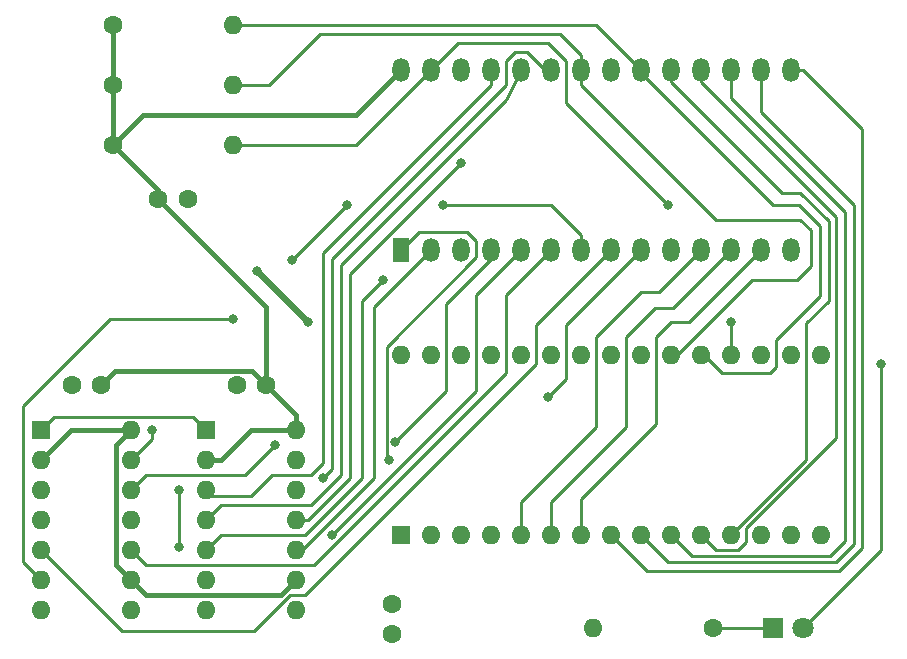
<source format=gtl>
G04 #@! TF.GenerationSoftware,KiCad,Pcbnew,(5.1.9)-1*
G04 #@! TF.CreationDate,2021-05-07T14:06:33-04:00*
G04 #@! TF.ProjectId,TommyPROM-schematics,546f6d6d-7950-4524-9f4d-2d736368656d,rev?*
G04 #@! TF.SameCoordinates,Original*
G04 #@! TF.FileFunction,Copper,L1,Top*
G04 #@! TF.FilePolarity,Positive*
%FSLAX46Y46*%
G04 Gerber Fmt 4.6, Leading zero omitted, Abs format (unit mm)*
G04 Created by KiCad (PCBNEW (5.1.9)-1) date 2021-05-07 14:06:33*
%MOMM*%
%LPD*%
G01*
G04 APERTURE LIST*
G04 #@! TA.AperFunction,ComponentPad*
%ADD10C,1.600000*%
G04 #@! TD*
G04 #@! TA.AperFunction,ComponentPad*
%ADD11O,1.600000X1.600000*%
G04 #@! TD*
G04 #@! TA.AperFunction,ComponentPad*
%ADD12O,1.440000X2.000000*%
G04 #@! TD*
G04 #@! TA.AperFunction,ComponentPad*
%ADD13R,1.440000X2.000000*%
G04 #@! TD*
G04 #@! TA.AperFunction,ComponentPad*
%ADD14R,1.600000X1.600000*%
G04 #@! TD*
G04 #@! TA.AperFunction,ComponentPad*
%ADD15C,1.800000*%
G04 #@! TD*
G04 #@! TA.AperFunction,ComponentPad*
%ADD16R,1.800000X1.800000*%
G04 #@! TD*
G04 #@! TA.AperFunction,ViaPad*
%ADD17C,0.800000*%
G04 #@! TD*
G04 #@! TA.AperFunction,Conductor*
%ADD18C,0.250000*%
G04 #@! TD*
G04 #@! TA.AperFunction,Conductor*
%ADD19C,0.600000*%
G04 #@! TD*
G04 #@! TA.AperFunction,Conductor*
%ADD20C,0.400000*%
G04 #@! TD*
G04 #@! TA.AperFunction,Conductor*
%ADD21C,0.500000*%
G04 #@! TD*
G04 APERTURE END LIST*
D10*
X150368000Y-121452000D03*
X150368000Y-123952000D03*
D11*
X167386000Y-123444000D03*
D10*
X177546000Y-123444000D03*
D11*
X136906000Y-72390000D03*
D10*
X126746000Y-72390000D03*
D11*
X136906000Y-77470000D03*
D10*
X126746000Y-77470000D03*
D11*
X136906000Y-82550000D03*
D10*
X126746000Y-82550000D03*
X123230000Y-102870000D03*
X125730000Y-102870000D03*
X137200000Y-102870000D03*
X139700000Y-102870000D03*
X133056000Y-87122000D03*
X130556000Y-87122000D03*
D12*
X184150000Y-76200000D03*
X184150000Y-91440000D03*
X181610000Y-76200000D03*
X181610000Y-91440000D03*
X179070000Y-76200000D03*
X179070000Y-91440000D03*
X176530000Y-76200000D03*
X176530000Y-91440000D03*
X173990000Y-76200000D03*
X173990000Y-91440000D03*
X171450000Y-76200000D03*
X171450000Y-91440000D03*
X168910000Y-76200000D03*
X168910000Y-91440000D03*
X166370000Y-76200000D03*
X166370000Y-91440000D03*
X163830000Y-76200000D03*
X163830000Y-91440000D03*
X161290000Y-76200000D03*
X161290000Y-91440000D03*
X158750000Y-76200000D03*
X158750000Y-91440000D03*
X156210000Y-76200000D03*
X156210000Y-91440000D03*
X153670000Y-76200000D03*
X153670000Y-91440000D03*
X151130000Y-76200000D03*
D13*
X151130000Y-91440000D03*
D11*
X142240000Y-106680000D03*
X134620000Y-121920000D03*
X142240000Y-109220000D03*
X134620000Y-119380000D03*
X142240000Y-111760000D03*
X134620000Y-116840000D03*
X142240000Y-114300000D03*
X134620000Y-114300000D03*
X142240000Y-116840000D03*
X134620000Y-111760000D03*
X142240000Y-119380000D03*
X134620000Y-109220000D03*
X142240000Y-121920000D03*
D14*
X134620000Y-106680000D03*
D11*
X128270000Y-106680000D03*
X120650000Y-121920000D03*
X128270000Y-109220000D03*
X120650000Y-119380000D03*
X128270000Y-111760000D03*
X120650000Y-116840000D03*
X128270000Y-114300000D03*
X120650000Y-114300000D03*
X128270000Y-116840000D03*
X120650000Y-111760000D03*
X128270000Y-119380000D03*
X120650000Y-109220000D03*
X128270000Y-121920000D03*
D14*
X120650000Y-106680000D03*
D15*
X185166000Y-123444000D03*
D16*
X182626000Y-123444000D03*
D11*
X186690000Y-100330000D03*
X186690000Y-115570000D03*
X151130000Y-100330000D03*
X184150000Y-115570000D03*
X153670000Y-100330000D03*
X181610000Y-115570000D03*
X156210000Y-100330000D03*
X179070000Y-115570000D03*
X158750000Y-100330000D03*
X176530000Y-115570000D03*
X161290000Y-100330000D03*
X173990000Y-115570000D03*
X163830000Y-100330000D03*
X171450000Y-115570000D03*
X166370000Y-100330000D03*
X168910000Y-115570000D03*
X168910000Y-100330000D03*
X166370000Y-115570000D03*
X171450000Y-100330000D03*
X163830000Y-115570000D03*
X173990000Y-100330000D03*
X161290000Y-115570000D03*
X176530000Y-100330000D03*
X158750000Y-115570000D03*
X179070000Y-100330000D03*
X156210000Y-115570000D03*
X181610000Y-100330000D03*
X153670000Y-115570000D03*
X184150000Y-100330000D03*
D14*
X151130000Y-115570000D03*
D17*
X191770002Y-101092000D03*
X138938000Y-93218000D03*
X143256000Y-97536000D03*
X173736000Y-87630000D03*
X179070000Y-97536004D03*
X130048000Y-106680000D03*
X154686000Y-87630000D03*
X146558000Y-87630000D03*
X136905994Y-97282000D03*
X141859007Y-92328993D03*
X150622000Y-107696000D03*
X140462000Y-107950000D03*
X145283347Y-115565347D03*
X163576000Y-103886000D03*
X144526000Y-110744000D03*
X132334000Y-111760000D03*
X132334000Y-116586000D03*
X150077000Y-109220000D03*
X149605998Y-93980002D03*
X156210000Y-84074000D03*
D18*
X191770002Y-116839998D02*
X191770002Y-101092000D01*
X185166000Y-123444000D02*
X191770002Y-116839998D01*
D19*
X138938000Y-93218000D02*
X143256000Y-97536000D01*
D18*
X185420000Y-109220000D02*
X179070000Y-115570000D01*
X185420000Y-97664410D02*
X185420000Y-109220000D01*
X187325000Y-95759410D02*
X185420000Y-97664410D01*
X187325000Y-89027000D02*
X187325000Y-95759410D01*
X173990000Y-77216000D02*
X183388000Y-86614000D01*
X184912000Y-86614000D02*
X187325000Y-89027000D01*
X183388000Y-86614000D02*
X184912000Y-86614000D01*
X173990000Y-76200000D02*
X173990000Y-77216000D01*
D20*
X126746000Y-72390000D02*
X126746000Y-77470000D01*
X126746000Y-77470000D02*
X126746000Y-80010000D01*
X126746000Y-80010000D02*
X126746000Y-82550000D01*
X142240000Y-105410000D02*
X139700000Y-102870000D01*
X142240000Y-106680000D02*
X142240000Y-105410000D01*
X123190000Y-106680000D02*
X120650000Y-109220000D01*
X128270000Y-106680000D02*
X123190000Y-106680000D01*
X126930001Y-101669999D02*
X125730000Y-102870000D01*
X138499999Y-101669999D02*
X126930001Y-101669999D01*
X139700000Y-102870000D02*
X138499999Y-101669999D01*
X128270000Y-119380000D02*
X129540000Y-120650000D01*
X140970000Y-120650000D02*
X142240000Y-119380000D01*
X129540000Y-120650000D02*
X140970000Y-120650000D01*
X135890000Y-109220000D02*
X134620000Y-109220000D01*
X138430000Y-106680000D02*
X135890000Y-109220000D01*
X142240000Y-106680000D02*
X138430000Y-106680000D01*
X126746000Y-82550000D02*
X126746000Y-83058000D01*
X127000000Y-118110000D02*
X128270000Y-119380000D01*
X127000000Y-107950000D02*
X127000000Y-118110000D01*
X128270000Y-106680000D02*
X127000000Y-107950000D01*
X129286000Y-80010000D02*
X126746000Y-82550000D01*
X147320000Y-80010000D02*
X129286000Y-80010000D01*
X151130000Y-76200000D02*
X147320000Y-80010000D01*
D21*
X130556000Y-86360000D02*
X130556000Y-87122000D01*
D20*
X126746000Y-82550000D02*
X130556000Y-86360000D01*
X130556000Y-87122000D02*
X139700000Y-96266000D01*
X139700000Y-102870000D02*
X139700000Y-96266000D01*
D18*
X179648501Y-116840000D02*
X177800000Y-116840000D01*
X180340000Y-116148501D02*
X179648501Y-116840000D01*
X177800000Y-116840000D02*
X176530000Y-115570000D01*
X180340000Y-114991499D02*
X180340000Y-116148501D01*
X187960000Y-107371499D02*
X180340000Y-114991499D01*
X187960000Y-88646000D02*
X187960000Y-107371499D01*
X176530000Y-77216000D02*
X187960000Y-88646000D01*
X176530000Y-76200000D02*
X176530000Y-77216000D01*
X175768000Y-117348000D02*
X173990000Y-115570000D01*
X188722000Y-116078000D02*
X187452000Y-117348000D01*
X188722000Y-88233250D02*
X188722000Y-116078000D01*
X179070000Y-78581250D02*
X188722000Y-88233250D01*
X187452000Y-117348000D02*
X175768000Y-117348000D01*
X179070000Y-76200000D02*
X179070000Y-78581250D01*
X187960000Y-117856000D02*
X173736000Y-117856000D01*
X173736000Y-117856000D02*
X171450000Y-115570000D01*
X189484000Y-116332000D02*
X187960000Y-117856000D01*
X189484000Y-87630000D02*
X189484000Y-116332000D01*
X181610000Y-79756000D02*
X189484000Y-87630000D01*
X181610000Y-76200000D02*
X181610000Y-79756000D01*
X121775001Y-105554999D02*
X133494999Y-105554999D01*
X133494999Y-105554999D02*
X134620000Y-106680000D01*
X120650000Y-106680000D02*
X121775001Y-105554999D01*
X171958000Y-118618000D02*
X168910000Y-115570000D01*
X188214000Y-118618000D02*
X171958000Y-118618000D01*
X190119000Y-116713000D02*
X188214000Y-118618000D01*
X190119000Y-81199000D02*
X190119000Y-116713000D01*
X185120000Y-76200000D02*
X190119000Y-81199000D01*
X184150000Y-76200000D02*
X185120000Y-76200000D01*
X175514000Y-97536000D02*
X181610000Y-91440000D01*
X173990000Y-97536000D02*
X175514000Y-97536000D01*
X172720000Y-98806000D02*
X173990000Y-97536000D01*
X172720000Y-106172000D02*
X172720000Y-98806000D01*
X166370000Y-112522000D02*
X172720000Y-106172000D01*
X166370000Y-115570000D02*
X166370000Y-112522000D01*
X163830000Y-112776000D02*
X163830000Y-115570000D01*
X170180000Y-106426000D02*
X163830000Y-112776000D01*
X170180000Y-98806000D02*
X170180000Y-106426000D01*
X174186009Y-96323991D02*
X179070000Y-91440000D01*
X172662009Y-96323991D02*
X174186009Y-96323991D01*
X170180000Y-98806000D02*
X172662009Y-96323991D01*
X184658000Y-93980000D02*
X180848000Y-93980000D01*
X185801000Y-92837000D02*
X184658000Y-93980000D01*
X184912000Y-88900000D02*
X185801000Y-89789000D01*
X174498000Y-100330000D02*
X173990000Y-100330000D01*
X180848000Y-93980000D02*
X174498000Y-100330000D01*
X185801000Y-89789000D02*
X185801000Y-92837000D01*
X166370000Y-77470000D02*
X177800000Y-88900000D01*
X177800000Y-88900000D02*
X184912000Y-88900000D01*
X166370000Y-76200000D02*
X166370000Y-77470000D01*
X136906000Y-77470000D02*
X137414000Y-77470000D01*
X166370000Y-74950000D02*
X166370000Y-76200000D01*
X164572000Y-73152000D02*
X166370000Y-74950000D01*
X144272000Y-73152000D02*
X164572000Y-73152000D01*
X139954000Y-77470000D02*
X144272000Y-73152000D01*
X136906000Y-77470000D02*
X139954000Y-77470000D01*
X176530000Y-91440000D02*
X176304249Y-91440000D01*
X167640000Y-106426000D02*
X167640000Y-98806000D01*
X171450000Y-94996000D02*
X172974000Y-94996000D01*
X167640000Y-98806000D02*
X171450000Y-94996000D01*
X161290000Y-112776000D02*
X167640000Y-106426000D01*
X172974000Y-94996000D02*
X176530000Y-91440000D01*
X161290000Y-115570000D02*
X161290000Y-112776000D01*
X176784000Y-100330000D02*
X176530000Y-100330000D01*
X182372000Y-101854000D02*
X178308000Y-101854000D01*
X178308000Y-101854000D02*
X176784000Y-100330000D01*
X182880000Y-101346000D02*
X182372000Y-101854000D01*
X186563000Y-95377000D02*
X182880000Y-99060000D01*
X186563000Y-89406590D02*
X186563000Y-95377000D01*
X182626000Y-87630000D02*
X184786410Y-87630000D01*
X171450000Y-76454000D02*
X182626000Y-87630000D01*
X182880000Y-99060000D02*
X182880000Y-101346000D01*
X184786410Y-87630000D02*
X186563000Y-89406590D01*
X171450000Y-76200000D02*
X171450000Y-76454000D01*
X167640000Y-72390000D02*
X171450000Y-76200000D01*
X136906000Y-72390000D02*
X167640000Y-72390000D01*
X155956000Y-73914000D02*
X153670000Y-76200000D01*
X163565934Y-73914000D02*
X155956000Y-73914000D01*
X165100000Y-75448066D02*
X163565934Y-73914000D01*
X165100000Y-78994000D02*
X165100000Y-75448066D01*
X173736000Y-87630000D02*
X165100000Y-78994000D01*
X179070000Y-97536004D02*
X179070000Y-100330000D01*
X147320000Y-82550000D02*
X136906000Y-82550000D01*
X153670000Y-76200000D02*
X147320000Y-82550000D01*
X130048000Y-107442000D02*
X130048000Y-106680000D01*
X128270000Y-109220000D02*
X130048000Y-107442000D01*
X163810000Y-87630000D02*
X154686000Y-87630000D01*
X166370000Y-90190000D02*
X163810000Y-87630000D01*
X166370000Y-91440000D02*
X166370000Y-90190000D01*
X126492000Y-97282000D02*
X136905994Y-97282000D01*
X119126000Y-104648000D02*
X126492000Y-97282000D01*
X119126000Y-117856000D02*
X119126000Y-104648000D01*
X120650000Y-119380000D02*
X119126000Y-117856000D01*
X146558000Y-87630000D02*
X141859007Y-92328993D01*
X158750000Y-92202000D02*
X158750000Y-91440000D01*
X154940000Y-96012000D02*
X158750000Y-92202000D01*
X154940000Y-103378000D02*
X154940000Y-96012000D01*
X150622000Y-107696000D02*
X154940000Y-103378000D01*
X137922000Y-110490000D02*
X140462000Y-107950000D01*
X129540000Y-110490000D02*
X137922000Y-110490000D01*
X128270000Y-111760000D02*
X129540000Y-110490000D01*
X162560000Y-101092000D02*
X162560000Y-97790000D01*
X162560000Y-97790000D02*
X168910000Y-91440000D01*
X141732000Y-120650000D02*
X143002000Y-120650000D01*
X138684000Y-123698000D02*
X141732000Y-120650000D01*
X127508000Y-123698000D02*
X138684000Y-123698000D01*
X143002000Y-120650000D02*
X162560000Y-101092000D01*
X120650000Y-116840000D02*
X127508000Y-123698000D01*
X157480000Y-95250000D02*
X161290000Y-91440000D01*
X157480000Y-103368694D02*
X157480000Y-95250000D01*
X145283347Y-115565347D02*
X157480000Y-103368694D01*
X165100000Y-102362000D02*
X163576000Y-103886000D01*
X165100000Y-97790000D02*
X165100000Y-102362000D01*
X171450000Y-91440000D02*
X165100000Y-97790000D01*
X129540000Y-118110000D02*
X128270000Y-116840000D01*
X143764000Y-118110000D02*
X129540000Y-118110000D01*
X160020000Y-101854000D02*
X143764000Y-118110000D01*
X160020000Y-95250000D02*
X160020000Y-101854000D01*
X163830000Y-91440000D02*
X160020000Y-95250000D01*
X132334000Y-111760000D02*
X132334000Y-116586000D01*
X145288000Y-92202000D02*
X145288000Y-109982000D01*
X160020000Y-77470000D02*
X145288000Y-92202000D01*
X160020000Y-75438000D02*
X160020000Y-77470000D01*
X145288000Y-109982000D02*
X144526000Y-110744000D01*
X163830000Y-76200000D02*
X163322000Y-76200000D01*
X160782000Y-74676000D02*
X160020000Y-75438000D01*
X161798000Y-74676000D02*
X160782000Y-74676000D01*
X163322000Y-76200000D02*
X161798000Y-74676000D01*
X152654000Y-89916000D02*
X151130000Y-91440000D01*
X156718000Y-89916000D02*
X152654000Y-89916000D01*
X157480000Y-92073590D02*
X157480000Y-90678000D01*
X149896999Y-99656591D02*
X157480000Y-92073590D01*
X149896999Y-109039999D02*
X149896999Y-99656591D01*
X157480000Y-90678000D02*
X156718000Y-89916000D01*
X150077000Y-109220000D02*
X149896999Y-109039999D01*
X147828000Y-95758000D02*
X149605998Y-93980002D01*
X147828000Y-110744000D02*
X147828000Y-95758000D01*
X143002000Y-115570000D02*
X147828000Y-110744000D01*
X135890000Y-115570000D02*
X143002000Y-115570000D01*
X134620000Y-116840000D02*
X135890000Y-115570000D01*
X146812000Y-93472000D02*
X156210000Y-84074000D01*
X146812000Y-110744000D02*
X146812000Y-93472000D01*
X143256000Y-114300000D02*
X146812000Y-110744000D01*
X142240000Y-114300000D02*
X143256000Y-114300000D01*
X146050000Y-110490000D02*
X143510000Y-113030000D01*
X143510000Y-113030000D02*
X135890000Y-113030000D01*
X146050000Y-92710000D02*
X146050000Y-110490000D01*
X135890000Y-113030000D02*
X134620000Y-114300000D01*
X160020000Y-78740000D02*
X146050000Y-92710000D01*
X161290000Y-76200000D02*
X160020000Y-78740000D01*
X148844000Y-110744000D02*
X142748000Y-116840000D01*
X148844000Y-96266000D02*
X148844000Y-110744000D01*
X142748000Y-116840000D02*
X142240000Y-116840000D01*
X153670000Y-91440000D02*
X148844000Y-96266000D01*
X135128000Y-112268000D02*
X134620000Y-111760000D01*
X140177499Y-110490000D02*
X138399499Y-112268000D01*
X158750000Y-77470000D02*
X144526000Y-91694000D01*
X143510000Y-110490000D02*
X140177499Y-110490000D01*
X144526000Y-109474000D02*
X143510000Y-110490000D01*
X138399499Y-112268000D02*
X135128000Y-112268000D01*
X144526000Y-91694000D02*
X144526000Y-109474000D01*
X158750000Y-76200000D02*
X158750000Y-77470000D01*
X177546000Y-123444000D02*
X182626000Y-123444000D01*
M02*

</source>
